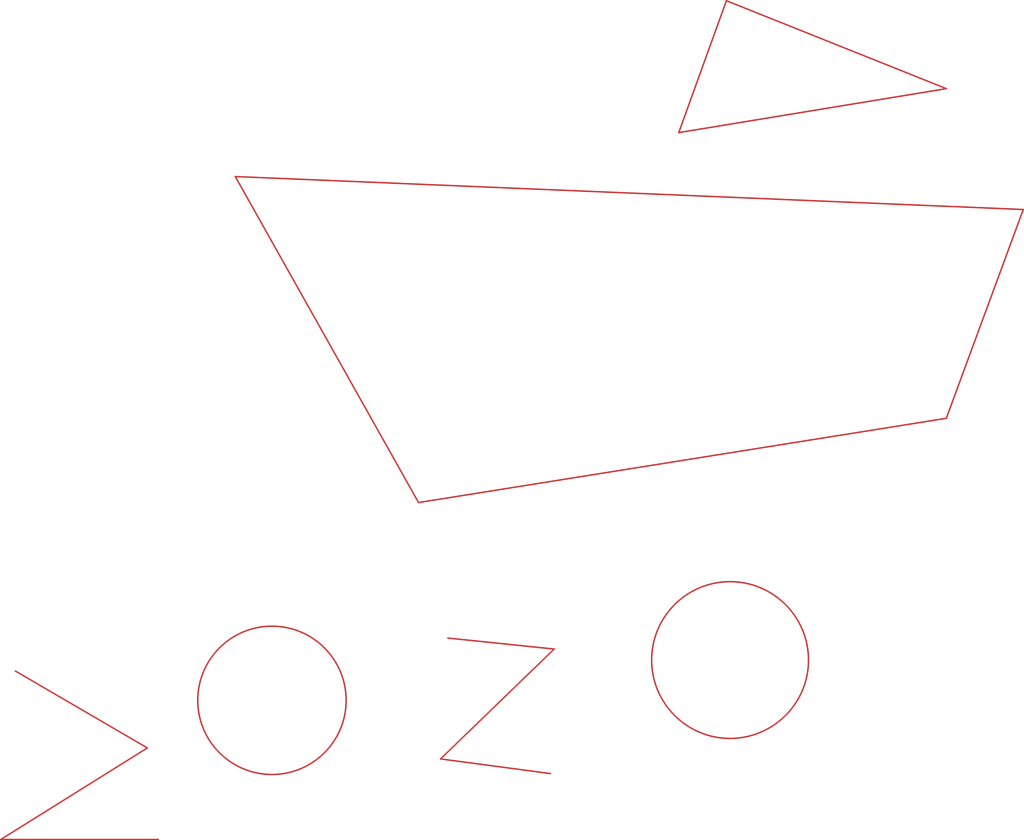
<source format=kicad_pcb>
(kicad_pcb
	(version 20240108)
	(generator "pcbnew")
	(generator_version "8.0")
	(general
		(thickness 1.6)
		(legacy_teardrops no)
	)
	(paper "A4")
	(layers
		(0 "F.Cu" signal)
		(31 "B.Cu" signal)
		(32 "B.Adhes" user "B.Adhesive")
		(33 "F.Adhes" user "F.Adhesive")
		(34 "B.Paste" user)
		(35 "F.Paste" user)
		(36 "B.SilkS" user "B.Silkscreen")
		(37 "F.SilkS" user "F.Silkscreen")
		(38 "B.Mask" user)
		(39 "F.Mask" user)
		(40 "Dwgs.User" user "User.Drawings")
		(41 "Cmts.User" user "User.Comments")
		(42 "Eco1.User" user "User.Eco1")
		(43 "Eco2.User" user "User.Eco2")
		(44 "Edge.Cuts" user)
		(45 "Margin" user)
		(46 "B.CrtYd" user "B.Courtyard")
		(47 "F.CrtYd" user "F.Courtyard")
		(48 "B.Fab" user)
		(49 "F.Fab" user)
		(50 "User.1" user)
		(51 "User.2" user)
		(52 "User.3" user)
		(53 "User.4" user)
		(54 "User.5" user)
		(55 "User.6" user)
		(56 "User.7" user)
		(57 "User.8" user)
		(58 "User.9" user)
	)
	(setup
		(pad_to_mask_clearance 0)
		(allow_soldermask_bridges_in_footprints no)
		(pcbplotparams
			(layerselection 0x00010fc_ffffffff)
			(plot_on_all_layers_selection 0x0000000_00000000)
			(disableapertmacros no)
			(usegerberextensions no)
			(usegerberattributes yes)
			(usegerberadvancedattributes yes)
			(creategerberjobfile yes)
			(dashed_line_dash_ratio 12.000000)
			(dashed_line_gap_ratio 3.000000)
			(svgprecision 4)
			(plotframeref no)
			(viasonmask no)
			(mode 1)
			(useauxorigin no)
			(hpglpennumber 1)
			(hpglpenspeed 20)
			(hpglpendiameter 15.000000)
			(pdf_front_fp_property_popups yes)
			(pdf_back_fp_property_popups yes)
			(dxfpolygonmode yes)
			(dxfimperialunits yes)
			(dxfusepcbnewfont yes)
			(psnegative no)
			(psa4output no)
			(plotreference yes)
			(plotvalue yes)
			(plotfptext yes)
			(plotinvisibletext no)
			(sketchpadsonfab no)
			(subtractmaskfromsilk no)
			(outputformat 1)
			(mirror no)
			(drillshape 1)
			(scaleselection 1)
			(outputdirectory "")
		)
	)
	(net 0 "")
	(gr_line
		(start 38.5 153.5)
		(end 60 153.5)
		(stroke
			(width 0.2)
			(type default)
		)
		(layer "F.Cu")
		(uuid "1368aa82-7b76-4263-aecb-61844d0d761e")
	)
	(gr_line
		(start 99.5 126)
		(end 114 127.5)
		(stroke
			(width 0.2)
			(type default)
		)
		(layer "F.Cu")
		(uuid "3e853bf2-b54c-42bf-a20a-5dc7f76f996d")
	)
	(gr_line
		(start 178 67.5)
		(end 167.5 96)
		(stroke
			(width 0.2)
			(type default)
		)
		(layer "F.Cu")
		(uuid "4a711522-ae04-4e77-8a26-69f20f9cb1fd")
	)
	(gr_line
		(start 58.5 141)
		(end 38.5 153.5)
		(stroke
			(width 0.2)
			(type default)
		)
		(layer "F.Cu")
		(uuid "5eaf85c5-0484-4891-a18c-a50352356565")
	)
	(gr_line
		(start 131 57)
		(end 167.5 51)
		(stroke
			(width 0.2)
			(type default)
		)
		(layer "F.Cu")
		(uuid "7bc9598c-cafd-49f9-bec9-4a87afd3649d")
	)
	(gr_line
		(start 114 127.5)
		(end 98.5 142.5)
		(stroke
			(width 0.2)
			(type default)
		)
		(layer "F.Cu")
		(uuid "878ed66c-09dc-44ed-9cee-0a8d4818fd75")
	)
	(gr_circle
		(center 138 129)
		(end 146.5 135.5)
		(stroke
			(width 0.2)
			(type default)
		)
		(fill none)
		(layer "F.Cu")
		(uuid "984ced39-3813-4ac6-8f2a-fb6a752972eb")
	)
	(gr_line
		(start 40.5 130.5)
		(end 58.5 141)
		(stroke
			(width 0.2)
			(type default)
		)
		(layer "F.Cu")
		(uuid "a1978cf9-d6ce-4133-a67b-4dcb9e225aeb")
	)
	(gr_line
		(start 137.5 39)
		(end 131 57)
		(stroke
			(width 0.2)
			(type default)
		)
		(layer "F.Cu")
		(uuid "ad74a327-dde1-42e1-9783-5788e5d49c58")
	)
	(gr_line
		(start 70.5 63)
		(end 178 67.5)
		(stroke
			(width 0.2)
			(type default)
		)
		(layer "F.Cu")
		(uuid "c05ab462-1750-4f1c-ae91-bd61dc9ae6d6")
	)
	(gr_line
		(start 167.5 51)
		(end 137.5 39)
		(stroke
			(width 0.2)
			(type default)
		)
		(layer "F.Cu")
		(uuid "dfd34a72-9c66-4b1c-8178-4a7bbb459b81")
	)
	(gr_line
		(start 95.5 107.5)
		(end 70.5 63)
		(stroke
			(width 0.2)
			(type default)
		)
		(layer "F.Cu")
		(uuid "e11f98cb-9918-4cc8-b8f0-a731c17570de")
	)
	(gr_line
		(start 167.5 96)
		(end 95.5 107.5)
		(stroke
			(width 0.2)
			(type default)
		)
		(layer "F.Cu")
		(uuid "e6db18d8-d7d7-420d-9ff3-08d2d5f98e6b")
	)
	(gr_circle
		(center 75.5 134.5)
		(end 81 143)
		(stroke
			(width 0.2)
			(type default)
		)
		(fill none)
		(layer "F.Cu")
		(uuid "ed04577f-e2cb-4aae-a1b5-6578f3238425")
	)
	(gr_line
		(start 98.5 142.5)
		(end 113.5 144.5)
		(stroke
			(width 0.2)
			(type default)
		)
		(layer "F.Cu")
		(uuid "f7cd7669-e7a1-4805-b47c-fa79aea79ca2")
	)
)

</source>
